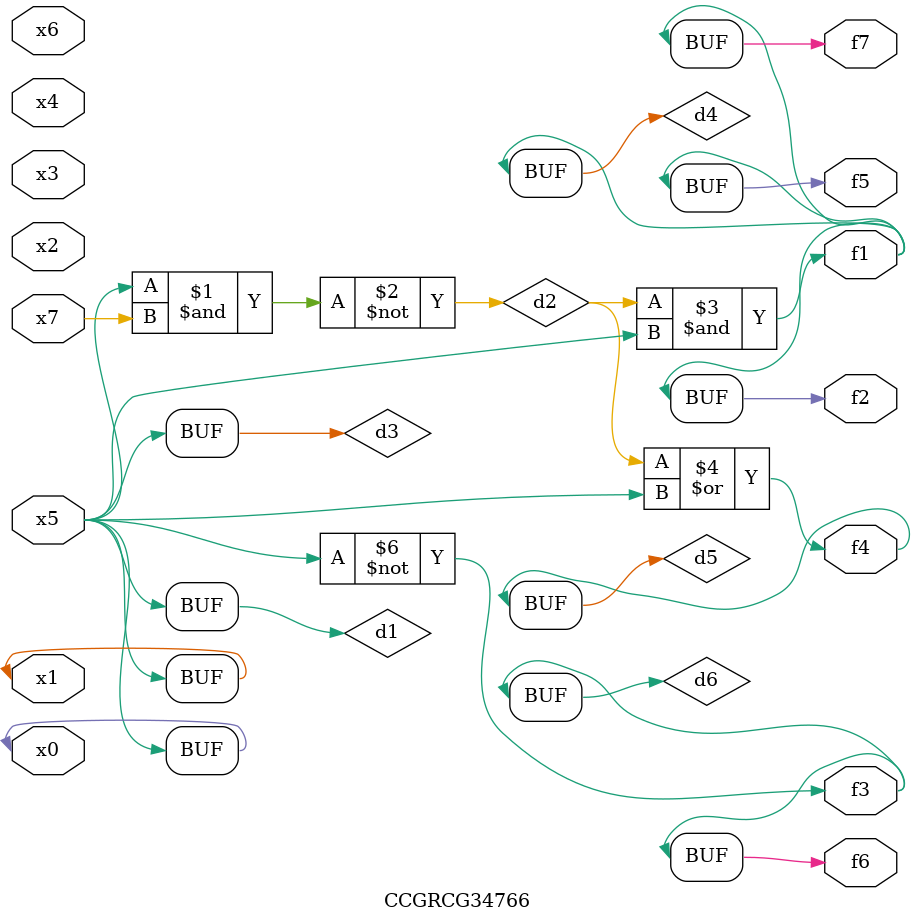
<source format=v>
module CCGRCG34766(
	input x0, x1, x2, x3, x4, x5, x6, x7,
	output f1, f2, f3, f4, f5, f6, f7
);

	wire d1, d2, d3, d4, d5, d6;

	buf (d1, x0, x5);
	nand (d2, x5, x7);
	buf (d3, x0, x1);
	and (d4, d2, d3);
	or (d5, d2, d3);
	nor (d6, d1, d3);
	assign f1 = d4;
	assign f2 = d4;
	assign f3 = d6;
	assign f4 = d5;
	assign f5 = d4;
	assign f6 = d6;
	assign f7 = d4;
endmodule

</source>
